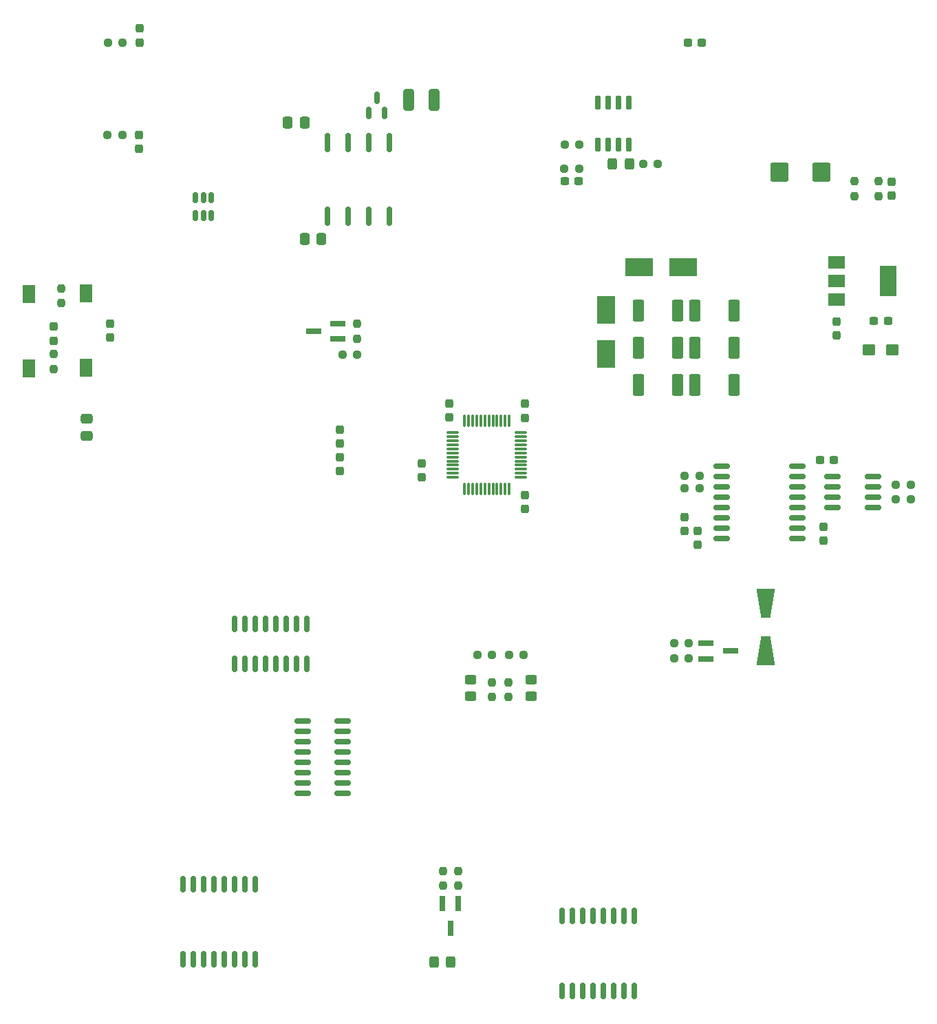
<source format=gbr>
%TF.GenerationSoftware,KiCad,Pcbnew,6.0.5*%
%TF.CreationDate,2022-09-27T17:44:27+03:00*%
%TF.ProjectId,stm32,73746d33-322e-46b6-9963-61645f706362,rev?*%
%TF.SameCoordinates,Original*%
%TF.FileFunction,Paste,Top*%
%TF.FilePolarity,Positive*%
%FSLAX46Y46*%
G04 Gerber Fmt 4.6, Leading zero omitted, Abs format (unit mm)*
G04 Created by KiCad (PCBNEW 6.0.5) date 2022-09-27 17:44:27*
%MOMM*%
%LPD*%
G01*
G04 APERTURE LIST*
G04 Aperture macros list*
%AMRoundRect*
0 Rectangle with rounded corners*
0 $1 Rounding radius*
0 $2 $3 $4 $5 $6 $7 $8 $9 X,Y pos of 4 corners*
0 Add a 4 corners polygon primitive as box body*
4,1,4,$2,$3,$4,$5,$6,$7,$8,$9,$2,$3,0*
0 Add four circle primitives for the rounded corners*
1,1,$1+$1,$2,$3*
1,1,$1+$1,$4,$5*
1,1,$1+$1,$6,$7*
1,1,$1+$1,$8,$9*
0 Add four rect primitives between the rounded corners*
20,1,$1+$1,$2,$3,$4,$5,0*
20,1,$1+$1,$4,$5,$6,$7,0*
20,1,$1+$1,$6,$7,$8,$9,0*
20,1,$1+$1,$8,$9,$2,$3,0*%
%AMOutline4P*
0 Free polygon, 4 corners , with rotation*
0 The origin of the aperture is its center*
0 number of corners: always 4*
0 $1 to $8 corner X, Y*
0 $9 Rotation angle, in degrees counterclockwise*
0 create outline with 4 corners*
4,1,4,$1,$2,$3,$4,$5,$6,$7,$8,$1,$2,$9*%
G04 Aperture macros list end*
%ADD10RoundRect,0.237500X-0.237500X0.300000X-0.237500X-0.300000X0.237500X-0.300000X0.237500X0.300000X0*%
%ADD11RoundRect,0.237500X0.300000X0.237500X-0.300000X0.237500X-0.300000X-0.237500X0.300000X-0.237500X0*%
%ADD12R,1.900000X0.800000*%
%ADD13RoundRect,0.237500X0.237500X-0.300000X0.237500X0.300000X-0.237500X0.300000X-0.237500X-0.300000X0*%
%ADD14R,2.000000X1.500000*%
%ADD15R,2.000000X3.800000*%
%ADD16RoundRect,0.237500X0.237500X-0.250000X0.237500X0.250000X-0.237500X0.250000X-0.237500X-0.250000X0*%
%ADD17RoundRect,0.249999X-0.450001X-1.075001X0.450001X-1.075001X0.450001X1.075001X-0.450001X1.075001X0*%
%ADD18RoundRect,0.250000X-0.400000X-1.075000X0.400000X-1.075000X0.400000X1.075000X-0.400000X1.075000X0*%
%ADD19R,1.600000X2.180000*%
%ADD20RoundRect,0.250000X-0.325000X-0.450000X0.325000X-0.450000X0.325000X0.450000X-0.325000X0.450000X0*%
%ADD21RoundRect,0.237500X-0.237500X0.250000X-0.237500X-0.250000X0.237500X-0.250000X0.237500X0.250000X0*%
%ADD22RoundRect,0.237500X0.250000X0.237500X-0.250000X0.237500X-0.250000X-0.237500X0.250000X-0.237500X0*%
%ADD23RoundRect,0.237500X-0.250000X-0.237500X0.250000X-0.237500X0.250000X0.237500X-0.250000X0.237500X0*%
%ADD24RoundRect,0.150000X0.150000X-0.825000X0.150000X0.825000X-0.150000X0.825000X-0.150000X-0.825000X0*%
%ADD25RoundRect,0.250000X-0.450000X0.325000X-0.450000X-0.325000X0.450000X-0.325000X0.450000X0.325000X0*%
%ADD26RoundRect,0.150000X0.875000X0.150000X-0.875000X0.150000X-0.875000X-0.150000X0.875000X-0.150000X0*%
%ADD27RoundRect,0.162500X0.162500X-1.012500X0.162500X1.012500X-0.162500X1.012500X-0.162500X-1.012500X0*%
%ADD28RoundRect,0.250000X0.337500X0.475000X-0.337500X0.475000X-0.337500X-0.475000X0.337500X-0.475000X0*%
%ADD29RoundRect,0.150000X-0.825000X-0.150000X0.825000X-0.150000X0.825000X0.150000X-0.825000X0.150000X0*%
%ADD30RoundRect,0.150000X0.825000X0.150000X-0.825000X0.150000X-0.825000X-0.150000X0.825000X-0.150000X0*%
%ADD31RoundRect,0.150000X-0.150000X0.875000X-0.150000X-0.875000X0.150000X-0.875000X0.150000X0.875000X0*%
%ADD32RoundRect,0.150000X0.150000X-0.587500X0.150000X0.587500X-0.150000X0.587500X-0.150000X-0.587500X0*%
%ADD33Outline4P,-1.800000X-1.150000X1.800000X-0.550000X1.800000X0.550000X-1.800000X1.150000X270.000000*%
%ADD34Outline4P,-1.800000X-1.150000X1.800000X-0.550000X1.800000X0.550000X-1.800000X1.150000X90.000000*%
%ADD35RoundRect,0.237500X-0.300000X-0.237500X0.300000X-0.237500X0.300000X0.237500X-0.300000X0.237500X0*%
%ADD36R,0.800000X1.900000*%
%ADD37R,3.500000X2.300000*%
%ADD38RoundRect,0.250000X0.875000X0.925000X-0.875000X0.925000X-0.875000X-0.925000X0.875000X-0.925000X0*%
%ADD39RoundRect,0.250000X0.537500X0.425000X-0.537500X0.425000X-0.537500X-0.425000X0.537500X-0.425000X0*%
%ADD40RoundRect,0.075000X-0.662500X-0.075000X0.662500X-0.075000X0.662500X0.075000X-0.662500X0.075000X0*%
%ADD41RoundRect,0.075000X-0.075000X-0.662500X0.075000X-0.662500X0.075000X0.662500X-0.075000X0.662500X0*%
%ADD42RoundRect,0.150000X0.150000X-0.512500X0.150000X0.512500X-0.150000X0.512500X-0.150000X-0.512500X0*%
%ADD43RoundRect,0.150000X0.150000X-0.725000X0.150000X0.725000X-0.150000X0.725000X-0.150000X-0.725000X0*%
%ADD44R,2.300000X3.500000*%
%ADD45RoundRect,0.250000X-0.475000X0.337500X-0.475000X-0.337500X0.475000X-0.337500X0.475000X0.337500X0*%
G04 APERTURE END LIST*
D10*
%TO.C,C29*%
X96150400Y-84553900D03*
X96150400Y-82828900D03*
%TD*%
D11*
%TO.C,C17*%
X98295000Y-24538500D03*
X96570000Y-24538500D03*
%TD*%
D12*
%TO.C,Q6*%
X98803200Y-98364000D03*
X98803200Y-100264000D03*
X101803200Y-99314000D03*
%TD*%
D13*
%TO.C,C14*%
X121666000Y-43331300D03*
X121666000Y-41606300D03*
%TD*%
D14*
%TO.C,U10*%
X114883000Y-51493000D03*
D15*
X121183000Y-53793000D03*
D14*
X114883000Y-53793000D03*
X114883000Y-56093000D03*
%TD*%
D16*
%TO.C,R7*%
X68294000Y-128193200D03*
X68294000Y-126368200D03*
%TD*%
%TO.C,R1*%
X18491200Y-62788800D03*
X18491200Y-64613800D03*
%TD*%
D17*
%TO.C,R23*%
X90500000Y-62048000D03*
X95300000Y-62048000D03*
%TD*%
D18*
%TO.C,R28*%
X62204600Y-31521400D03*
X65304600Y-31521400D03*
%TD*%
D19*
%TO.C,SW3*%
X15458000Y-55430400D03*
X15458000Y-64610400D03*
%TD*%
D20*
%TO.C,D3*%
X65338600Y-137540400D03*
X67388600Y-137540400D03*
%TD*%
D10*
%TO.C,C12*%
X29078200Y-22787400D03*
X29078200Y-24512400D03*
%TD*%
%TO.C,C24*%
X114858000Y-58772500D03*
X114858000Y-60497500D03*
%TD*%
D11*
%TO.C,C20*%
X112815000Y-75868200D03*
X114540000Y-75868200D03*
%TD*%
D16*
%TO.C,R16*%
X55882400Y-60910600D03*
X55882400Y-59085600D03*
%TD*%
D21*
%TO.C,R10*%
X66414400Y-126368200D03*
X66414400Y-128193200D03*
%TD*%
D17*
%TO.C,R22*%
X90500000Y-57467000D03*
X95300000Y-57467000D03*
%TD*%
D21*
%TO.C,R12*%
X117043200Y-41555500D03*
X117043200Y-43380500D03*
%TD*%
D22*
%TO.C,R15*%
X26970000Y-35843000D03*
X25145000Y-35843000D03*
%TD*%
D10*
%TO.C,C6*%
X53741600Y-72111100D03*
X53741600Y-73836100D03*
%TD*%
D22*
%TO.C,R18*%
X96670500Y-98348800D03*
X94845500Y-98348800D03*
%TD*%
D12*
%TO.C,Q5*%
X53521600Y-60950000D03*
X53521600Y-59050000D03*
X50521600Y-60000000D03*
%TD*%
D22*
%TO.C,R19*%
X96179600Y-77747800D03*
X98004600Y-77747800D03*
%TD*%
D13*
%TO.C,C10*%
X76500000Y-81862500D03*
X76500000Y-80137500D03*
%TD*%
D22*
%TO.C,R17*%
X96672400Y-100253800D03*
X94847400Y-100253800D03*
%TD*%
D23*
%TO.C,R4*%
X74559400Y-99795000D03*
X76384400Y-99795000D03*
%TD*%
D16*
%TO.C,R5*%
X72472800Y-104972800D03*
X72472800Y-103147800D03*
%TD*%
D17*
%TO.C,R24*%
X90500000Y-66620000D03*
X95300000Y-66620000D03*
%TD*%
D22*
%TO.C,R29*%
X122163800Y-80694200D03*
X123988800Y-80694200D03*
%TD*%
D24*
%TO.C,U2*%
X40808200Y-100916486D03*
X42078200Y-100916486D03*
X43348200Y-100916486D03*
X44618200Y-100916486D03*
X45888200Y-100916486D03*
X47158200Y-100916486D03*
X48428200Y-100916486D03*
X49698200Y-100916486D03*
X49698200Y-95966486D03*
X48428200Y-95966486D03*
X47158200Y-95966486D03*
X45888200Y-95966486D03*
X44618200Y-95966486D03*
X43348200Y-95966486D03*
X42078200Y-95966486D03*
X40808200Y-95966486D03*
%TD*%
D25*
%TO.C,D2*%
X77248000Y-102843000D03*
X77248000Y-104893000D03*
%TD*%
D26*
%TO.C,U7*%
X100746000Y-85494800D03*
X100746000Y-84224800D03*
X100746000Y-82954800D03*
X100746000Y-81684800D03*
X100746000Y-80414800D03*
X100746000Y-79144800D03*
X100746000Y-77874800D03*
X100746000Y-76604800D03*
X110046000Y-76604800D03*
X110046000Y-77874800D03*
X110046000Y-79144800D03*
X110046000Y-80414800D03*
X110046000Y-81684800D03*
X110046000Y-82954800D03*
X110046000Y-84224800D03*
X110046000Y-85494800D03*
%TD*%
D27*
%TO.C,U8*%
X52229600Y-36808469D03*
X54769600Y-36808469D03*
X57309600Y-36808469D03*
X59849600Y-36808469D03*
X59849600Y-45858469D03*
X57309600Y-45858469D03*
X54769600Y-45858469D03*
X52229600Y-45858469D03*
%TD*%
D28*
%TO.C,C23*%
X49377000Y-34323069D03*
X47302000Y-34323069D03*
%TD*%
D22*
%TO.C,R3*%
X72472800Y-99795000D03*
X70647800Y-99795000D03*
%TD*%
%TO.C,R20*%
X96179600Y-79297200D03*
X98004600Y-79297200D03*
%TD*%
D13*
%TO.C,C21*%
X113270000Y-84049200D03*
X113270000Y-85774200D03*
%TD*%
D23*
%TO.C,R21*%
X91062000Y-39397500D03*
X92887000Y-39397500D03*
%TD*%
D13*
%TO.C,C13*%
X29027400Y-37568000D03*
X29027400Y-35843000D03*
%TD*%
D10*
%TO.C,C9*%
X76500000Y-68910700D03*
X76500000Y-70635700D03*
%TD*%
D19*
%TO.C,SW1*%
X22458000Y-64520400D03*
X22458000Y-55340400D03*
%TD*%
D11*
%TO.C,C25*%
X121181500Y-58746000D03*
X119456500Y-58746000D03*
%TD*%
D29*
%TO.C,U1*%
X49152000Y-107950000D03*
X49152000Y-109220000D03*
X49152000Y-110490000D03*
X49152000Y-111760000D03*
X49152000Y-113030000D03*
X49152000Y-114300000D03*
X49152000Y-115570000D03*
X49152000Y-116840000D03*
X54102000Y-116840000D03*
X54102000Y-115570000D03*
X54102000Y-114300000D03*
X54102000Y-113030000D03*
X54102000Y-111760000D03*
X54102000Y-110490000D03*
X54102000Y-109220000D03*
X54102000Y-107950000D03*
%TD*%
D30*
%TO.C,D8*%
X114365200Y-81659400D03*
X114365200Y-80389400D03*
X114365200Y-79119400D03*
X114365200Y-77849400D03*
X119315200Y-77849400D03*
X119315200Y-79119400D03*
X119315200Y-80389400D03*
X119315200Y-81659400D03*
%TD*%
D10*
%TO.C,C7*%
X63825400Y-77952000D03*
X63825400Y-76227000D03*
%TD*%
D22*
%TO.C,R8*%
X83208500Y-37084000D03*
X81383500Y-37084000D03*
%TD*%
D28*
%TO.C,C15*%
X51485200Y-48674069D03*
X49410200Y-48674069D03*
%TD*%
D13*
%TO.C,C16*%
X97750600Y-84555000D03*
X97750600Y-86280000D03*
%TD*%
D22*
%TO.C,R30*%
X122160000Y-78916200D03*
X123985000Y-78916200D03*
%TD*%
D16*
%TO.C,R2*%
X19465200Y-54715400D03*
X19465200Y-56540400D03*
%TD*%
D31*
%TO.C,U5*%
X43352600Y-127951400D03*
X42082600Y-127951400D03*
X40812600Y-127951400D03*
X39542600Y-127951400D03*
X38272600Y-127951400D03*
X37002600Y-127951400D03*
X35732600Y-127951400D03*
X34462600Y-127951400D03*
X34462600Y-137251400D03*
X35732600Y-137251400D03*
X37002600Y-137251400D03*
X38272600Y-137251400D03*
X39542600Y-137251400D03*
X40812600Y-137251400D03*
X42082600Y-137251400D03*
X43352600Y-137251400D03*
%TD*%
D32*
%TO.C,D9*%
X57324800Y-33177769D03*
X59224800Y-33177769D03*
X58274800Y-31302769D03*
%TD*%
D10*
%TO.C,C5*%
X67203600Y-68858800D03*
X67203600Y-70583800D03*
%TD*%
D33*
%TO.C,D6*%
X106172000Y-93472000D03*
D34*
X106172000Y-99272000D03*
%TD*%
D23*
%TO.C,R9*%
X81334600Y-39979600D03*
X83159600Y-39979600D03*
%TD*%
D10*
%TO.C,C4*%
X18491200Y-59438200D03*
X18491200Y-61163200D03*
%TD*%
D35*
%TO.C,C11*%
X81382700Y-41554400D03*
X83107700Y-41554400D03*
%TD*%
D36*
%TO.C,Q4*%
X67328800Y-133374800D03*
X66378800Y-130374800D03*
X68278800Y-130374800D03*
%TD*%
D37*
%TO.C,D7*%
X90568000Y-52142000D03*
X95968000Y-52142000D03*
%TD*%
D38*
%TO.C,C26*%
X112973000Y-40413500D03*
X107873000Y-40413500D03*
%TD*%
D17*
%TO.C,R27*%
X97459000Y-66620000D03*
X102259000Y-66620000D03*
%TD*%
D23*
%TO.C,R11*%
X54057400Y-62844800D03*
X55882400Y-62844800D03*
%TD*%
D16*
%TO.C,R6*%
X74504800Y-104974700D03*
X74504800Y-103149700D03*
%TD*%
D39*
%TO.C,C27*%
X121716000Y-62302000D03*
X118841000Y-62302000D03*
%TD*%
D22*
%TO.C,R14*%
X27017000Y-24540000D03*
X25192000Y-24540000D03*
%TD*%
D40*
%TO.C,U4*%
X67663900Y-72458800D03*
X67663900Y-72958800D03*
X67663900Y-73458800D03*
X67663900Y-73958800D03*
X67663900Y-74458800D03*
X67663900Y-74958800D03*
X67663900Y-75458800D03*
X67663900Y-75958800D03*
X67663900Y-76458800D03*
X67663900Y-76958800D03*
X67663900Y-77458800D03*
X67663900Y-77958800D03*
D41*
X69076400Y-79371300D03*
X69576400Y-79371300D03*
X70076400Y-79371300D03*
X70576400Y-79371300D03*
X71076400Y-79371300D03*
X71576400Y-79371300D03*
X72076400Y-79371300D03*
X72576400Y-79371300D03*
X73076400Y-79371300D03*
X73576400Y-79371300D03*
X74076400Y-79371300D03*
X74576400Y-79371300D03*
D40*
X75988900Y-77958800D03*
X75988900Y-77458800D03*
X75988900Y-76958800D03*
X75988900Y-76458800D03*
X75988900Y-75958800D03*
X75988900Y-75458800D03*
X75988900Y-74958800D03*
X75988900Y-74458800D03*
X75988900Y-73958800D03*
X75988900Y-73458800D03*
X75988900Y-72958800D03*
X75988900Y-72458800D03*
D41*
X74576400Y-71046300D03*
X74076400Y-71046300D03*
X73576400Y-71046300D03*
X73076400Y-71046300D03*
X72576400Y-71046300D03*
X72076400Y-71046300D03*
X71576400Y-71046300D03*
X71076400Y-71046300D03*
X70576400Y-71046300D03*
X70076400Y-71046300D03*
X69576400Y-71046300D03*
X69076400Y-71046300D03*
%TD*%
D17*
%TO.C,R26*%
X97459000Y-62048000D03*
X102259000Y-62048000D03*
%TD*%
D42*
%TO.C,U6*%
X35981600Y-43535600D03*
X36931600Y-43535600D03*
X37881600Y-43535600D03*
X37881600Y-45810600D03*
X36931600Y-45810600D03*
X35981600Y-45810600D03*
%TD*%
D31*
%TO.C,U3*%
X89945000Y-131850000D03*
X88675000Y-131850000D03*
X87405000Y-131850000D03*
X86135000Y-131850000D03*
X84865000Y-131850000D03*
X83595000Y-131850000D03*
X82325000Y-131850000D03*
X81055000Y-131850000D03*
X81055000Y-141150000D03*
X82325000Y-141150000D03*
X83595000Y-141150000D03*
X84865000Y-141150000D03*
X86135000Y-141150000D03*
X87405000Y-141150000D03*
X88675000Y-141150000D03*
X89945000Y-141150000D03*
%TD*%
D25*
%TO.C,D1*%
X69805800Y-102817600D03*
X69805800Y-104867600D03*
%TD*%
D17*
%TO.C,R25*%
X102259000Y-57476000D03*
X97459000Y-57476000D03*
%TD*%
D20*
%TO.C,D4*%
X89340000Y-39397500D03*
X87290000Y-39397500D03*
%TD*%
D16*
%TO.C,R13*%
X120040400Y-43380500D03*
X120040400Y-41555500D03*
%TD*%
D43*
%TO.C,Q7*%
X85521000Y-37054500D03*
X86791000Y-37054500D03*
X88061000Y-37054500D03*
X89331000Y-37054500D03*
X89331000Y-31904500D03*
X88061000Y-31904500D03*
X86791000Y-31904500D03*
X85521000Y-31904500D03*
%TD*%
D13*
%TO.C,C8*%
X53741600Y-77188900D03*
X53741600Y-75463900D03*
%TD*%
%TO.C,C2*%
X25459600Y-59067900D03*
X25459600Y-60792900D03*
%TD*%
D44*
%TO.C,D5*%
X86537000Y-57410000D03*
X86537000Y-62810000D03*
%TD*%
D45*
%TO.C,C3*%
X22606000Y-70793700D03*
X22606000Y-72868700D03*
%TD*%
M02*

</source>
